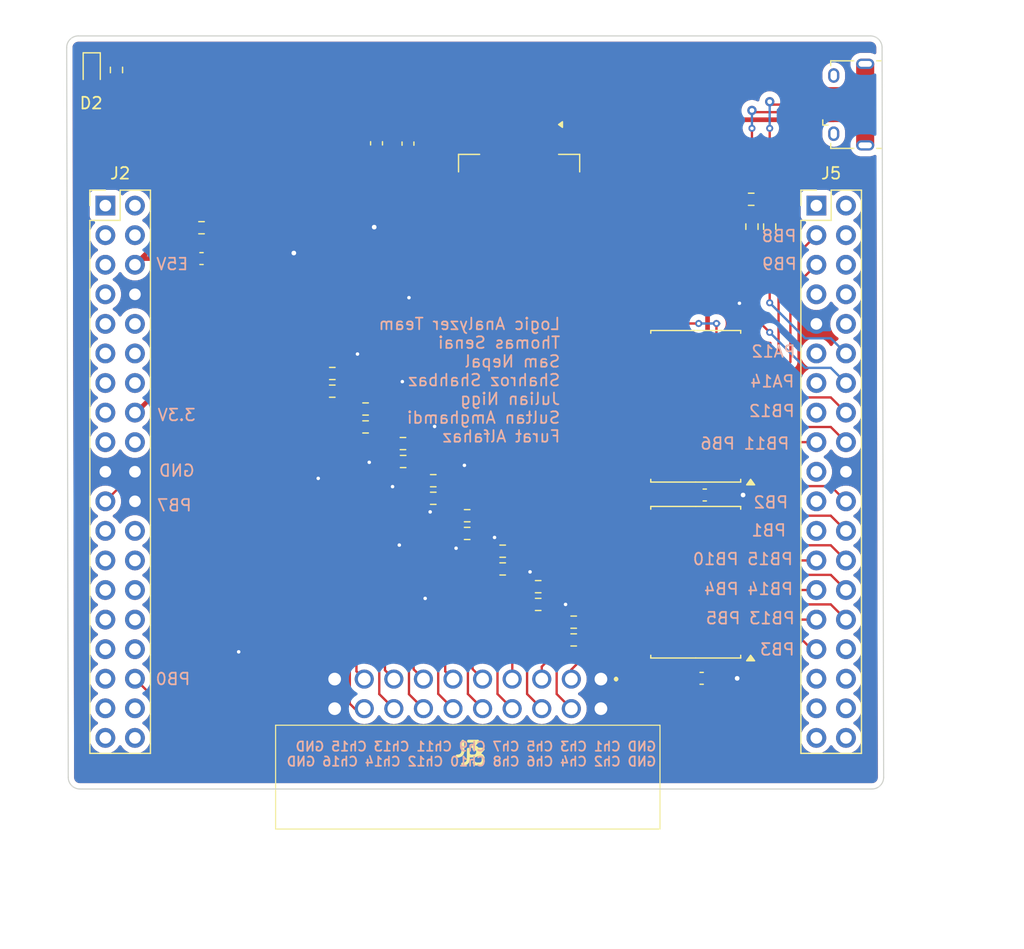
<source format=kicad_pcb>
(kicad_pcb (version 20240108) (generator "pcbnew") (generator_version "8.0")
  (layers (0 "F.Cu" signal) (31 "B.Cu" signal) (34 "B.Paste" user) (35 "F.Paste" user) (36 "B.SilkS" user "B.Silkscreen") (37 "F.SilkS" user "F.Silkscreen") (38 "B.Mask" user) (39 "F.Mask" user) (44 "Edge.Cuts" user))
  (net 0 "")
  (net 1 "/VBUS")
  (net 2 "+5V")
  (net 3 "GND")
  (net 4 "/D-")
  (net 5 "/D+")
  (net 6 "/PB0")
  (net 7 "/PB7")
  (net 9 "/PB11")
  (net 10 "/PB4")
  (net 11 "/PB10")
  (net 12 "/PB12")
  (net 13 "/PB5")
  (net 14 "/PB15")
  (net 15 "/PB8")
  (net 16 "/PB2")
  (net 17 "/PB13")
  (net 18 "/PB9")
  (net 19 "/PB6")
  (net 20 "/PB1")
  (net 21 "/PB14")
  (net 22 "/PB3")
  (net 23 "Net-(D2-A)")
  (net 24 "+3V3")
  (net 25 "Net-(J5-PA12)")
  (net 26 "Net-(J5-PA11)")
  (net 76 "Net-(Q2-D)")
  (net 77 "Net-(U1-B7)")
  (net 78 "Net-(U1-B2)")
  (net 79 "Net-(U1-B5)")
  (net 80 "Net-(U1-B6)")
  (net 81 "Net-(U1-B3)")
  (net 82 "Net-(U1-B0)")
  (net 83 "Net-(U1-B4)")
  (net 84 "Net-(U3-B1)")
  (net 85 "Net-(U1-B1)")
  (net 86 "Net-(U3-B7)")
  (net 87 "Net-(U3-B5)")
  (net 88 "Net-(U3-B6)")
  (net 89 "Net-(U3-B4)")
  (net 90 "Net-(U3-B0)")
  (net 91 "Net-(U3-B3)")
  (net 92 "Net-(U3-B2)")
  (footprint "Resistor_SMD:R_0603_1608Metric" (layer "F.Cu") (at 128.207 116.586)
    (property "Reference" "R20" (hide yes))
    (property "Value" "1M")
  )
  (footprint "Resistor_SMD:R_0603_1608Metric" (layer "F.Cu") (at 154.178 91.757 90)
    (property "Reference" "R2" (hide yes))
    (property "Value" "22")
  )
  (footprint "Connector_USB:USB_Micro-B_Amphenol_10118194_Horizontal" (layer "F.Cu") (at 161.075 81.275 90)
    (property "Reference" "J1" (hide yes))
    (property "Value" "USB Micro")
  )
  (footprint "KiCad:303205002HB" (layer "F.Cu") (at 139.69 130.62 180)
    (property "Reference" "J3")
    (property "Value" "30320-5002HB" (hide yes))
  )
  (footprint "Package_SO:SOIC-20W_7.5x12.8mm_P1.27mm" (layer "F.Cu") (at 147.828 107.188 180)
    (property "Reference" "U3" (hide yes))
    (property "Value" "74HC245N")
  )
  (footprint "Resistor_SMD:R_0603_1608Metric" (layer "F.Cu") (at 116.63 104.37 180)
    (property "Reference" "R6" (hide yes))
    (property "Value" "1M" (hide yes))
  )
  (footprint "Resistor_SMD:R_0603_1608Metric" (layer "F.Cu") (at 131.255 121.158 180)
    (property "Reference" "R16" (hide yes))
    (property "Value" "1M")
  )
  (footprint "Resistor_SMD:R_0603_1608Metric" (layer "F.Cu") (at 152.591 89.408 180)
    (property "Reference" "R5" (hide yes))
    (property "Value" "1.5k" (hide yes))
  )
  (footprint "Resistor_SMD:R_0603_1608Metric" (layer "F.Cu") (at 122.71 111.93 180)
    (property "Reference" "R9" (hide yes))
    (property "Value" "1M" (hide yes))
  )
  (footprint "Package_TO_SOT_SMD:TO-263-2" (layer "F.Cu") (at 132.665 90.375 -90)
    (property "Reference" "Q2" (hide yes))
    (property "Value" "PMOS")
  )
  (footprint "Resistor_SMD:R_0603_1608Metric" (layer "F.Cu") (at 105.4 91.85 180)
    (property "Reference" "R1" (hide yes))
    (property "Value" "1M" (hide yes))
  )
  (footprint "Resistor_SMD:R_0603_1608Metric" (layer "F.Cu") (at 122.695 110.39 180)
    (property "Reference" "R13" (hide yes))
    (property "Value" "1M" (hide yes))
  )
  (footprint "Capacitor_SMD:C_0603_1608Metric" (layer "F.Cu") (at 123.125 84.625 -90)
    (property "Reference" "C3" (hide yes))
    (property "Value" "1uF")
  )
  (footprint "Capacitor_SMD:C_0603_1608Metric" (layer "F.Cu") (at 105.4 94.5)
    (property "Reference" "C2" (hide yes))
    (property "Value" "100nF" (hide yes))
  )
  (footprint "Resistor_SMD:R_0603_1608Metric" (layer "F.Cu") (at 128.207 118.11 180)
    (property "Reference" "R17" (hide yes))
    (property "Value" "1M")
  )
  (footprint "Resistor_SMD:R_0603_1608Metric" (layer "F.Cu") (at 98.1 78.3 -90)
    (property "Reference" "R3" (hide yes))
    (property "Value" "1k" (hide yes))
  )
  (footprint "Capacitor_SMD:C_0603_1608Metric" (layer "F.Cu") (at 148.603 114.808 180)
    (property "Reference" "C4" (hide yes))
    (property "Value" "100nF")
  )
  (footprint "Capacitor_SMD:C_0603_1608Metric" (layer "F.Cu") (at 148.336 130.556 180)
    (property "Reference" "C5" (hide yes))
    (property "Value" "100nF")
  )
  (footprint "Resistor_SMD:R_0603_1608Metric" (layer "F.Cu") (at 137.351 125.73)
    (property "Reference" "R18" (hide yes))
    (property "Value" "1M")
  )
  (footprint "LED_SMD:LED_0603_1608Metric" (layer "F.Cu") (at 95.975 78.3125 -90)
    (property "Reference" "D2")
    (property "Value" "LED")
  )
  (footprint "Connector_PinSocket_2.54mm:PinSocket_2x19_P2.54mm_Vertical" (layer "F.Cu") (at 161.565 89.95)
    (property "Reference" "J5")
    (property "Value" "nuc303_RIGHT")
  )
  (footprint "Resistor_SMD:R_0603_1608Metric" (layer "F.Cu") (at 125.295 115.09 180)
    (property "Reference" "R12" (hide yes))
    (property "Value" "1M" (hide yes))
  )
  (footprint "Capacitor_SMD:C_0603_1608Metric" (layer "F.Cu") (at 120.425 84.6 -90)
    (property "Reference" "C1" (hide yes))
    (property "Value" "100nF" (hide yes))
  )
  (footprint "Resistor_SMD:R_0603_1608Metric" (layer "F.Cu") (at 131.255 119.634)
    (property "Reference" "R21" (hide yes))
    (property "Value" "1M")
  )
  (footprint "Connector_PinSocket_2.54mm:PinSocket_2x19_P2.54mm_Vertical" (layer "F.Cu") (at 100.525 89.95)
    (property "Reference" "J2")
    (property "Value" "nuc303_LEFT")
  )
  (footprint "Resistor_SMD:R_0603_1608Metric" (layer "F.Cu") (at 152.654 91.757 -90)
    (property "Reference" "R4" (hide yes))
    (property "Value" "22")
  )
  (footprint "Package_SO:SOIC-20W_7.5x12.8mm_P1.27mm" (layer "F.Cu") (at 147.828 122.301 180)
    (property "Reference" "U1" (hide yes))
    (property "Value" "74HC245N")
  )
  (footprint "Resistor_SMD:R_0603_1608Metric" (layer "F.Cu") (at 119.485 107.42 180)
    (property "Reference" "R10" (hide yes))
    (property "Value" "1M" (hide yes))
  )
  (footprint "Resistor_SMD:R_0603_1608Metric" (layer "F.Cu") (at 134.303 124.206 180)
    (property "Reference" "R15" (hide yes))
    (property "Value" "1M")
  )
  (footprint "Resistor_SMD:R_0603_1608Metric" (layer "F.Cu") (at 119.485 108.96 180)
    (property "Reference" "R11" (hide yes))
    (property "Value" "1M" (hide yes))
  )
  (footprint "Resistor_SMD:R_0603_1608Metric" (layer "F.Cu") (at 137.351 127.254 180)
    (property "Reference" "R14" (hide yes))
    (property "Value" "1M")
  )
  (footprint "Resistor_SMD:R_0603_1608Metric" (layer "F.Cu") (at 134.303 122.682)
    (property "Reference" "R19" (hide yes))
    (property "Value" "1M")
  )
  (footprint "Resistor_SMD:R_0603_1608Metric" (layer "F.Cu") (at 116.625 105.89 180)
    (property "Reference" "R7" (hide yes))
    (property "Value" "1M" (hide yes))
  )
  (footprint "Resistor_SMD:R_0603_1608Metric" (layer "F.Cu") (at 125.295 113.58 180)
    (property "Reference" "R8" (hide yes))
    (property "Value" "1M" (hide yes))
  )
  (gr_arc (start 163.96 139.06) (mid 163.667107 139.767107) (end 162.96 140.06) (stroke (width 0.1)) (layer "Edge.Cuts"))
  (gr_line (start 94.96 140.06) (end 162.96 140.06) (stroke (width 0.1)) (layer "Edge.Cuts"))
  (gr_line (start 94.825 75.375) (end 162.825 75.375) (stroke (width 0.1)) (layer "Edge.Cuts"))
  (gr_arc (start 94.96 140.06) (mid 94.252893 139.767107) (end 93.96 139.06) (stroke (width 0.1)) (layer "Edge.Cuts"))
  (gr_line (start 163.825 76.375) (end 163.96 139.06) (stroke (width 0.1)) (layer "Edge.Cuts"))
  (gr_line (start 93.96 139.06) (end 93.825 76.375) (stroke (width 0.1)) (layer "Edge.Cuts"))
  (gr_arc (start 93.825 76.375) (mid 94.117893 75.667893) (end 94.825 75.375) (stroke (width 0.1)) (layer "Edge.Cuts"))
  (gr_arc (start 162.825 75.375) (mid 163.532107 75.667893) (end 163.825 76.375) (stroke (width 0.1)) (layer "Edge.Cuts"))
  (gr_text "PB7" (at 104.64 116.28 0) (layer "B.SilkS") (effects (font (size 1 1)) (justify left bottom mirror)))
  (gr_text "PB13 PB5" (at 156.42 125.98 0) (layer "B.SilkS") (effects (font (size 1 1)) (justify left bottom mirror)))
  (gr_text "PB2" (at 155.85 116.03 0) (layer "B.SilkS") (effects (font (size 1 1)) (justify left bottom mirror)))
  (gr_text "PB15 PB10" (at 156.26 120.9 0) (layer "B.SilkS") (effects (font (size 1 1)) (justify left bottom mirror)))
  (gr_text "E5V\n" (at 104.34 95.56 0) (layer "B.SilkS") (effects (font (size 1 1)) (justify left bottom mirror)))
  (gr_text "3.3V\n" (at 104.98 108.52 0) (layer "B.SilkS") (effects (font (size 1 1)) (justify left bottom mirror)))
  (gr_text "PB12" (at 156.41 108.18 0) (layer "B.SilkS") (effects (font (size 1 1)) (justify left bottom mirror)))
  (gr_text "GND\n" (at 104.9 113.3 0) (layer "B.SilkS") (effects (font (size 1 1)) (justify left bottom mirror)))
  (gr_text "PB1" (at 155.67 118.44 0) (layer "B.SilkS") (effects (font (size 1 1)) (justify left bottom mirror)))
  (gr_text "PB9\n" (at 156.59 95.55 0) (layer "B.SilkS") (effects (font (size 1 1)) (justify left bottom mirror)))
  (gr_text "PB0\n" (at 104.52 131.2 0) (layer "B.SilkS") (effects (font (size 1 1)) (justify left bottom mirror)))
  (gr_text "PA12\n" (at 156.48 103.07 0) (layer "B.SilkS") (effects (font (size 1 1)) (justify left bottom mirror)))
  (gr_text "GND Ch1 Ch3 Ch5 Ch7 Ch9 Ch11 Ch13 Ch15 GND\nGND Ch2 Ch4 Ch6 Ch8 Ch10 Ch12 Ch14 Ch16 GND" (at 144.52 138.17 0) (layer "B.SilkS") (effects (font (size 0.8 0.8)) (justify left bottom mirror)))
  (gr_text "PA14" (at 156.38 105.64 0) (layer "B.SilkS") (effects (font (size 1 1)) (justify left bottom mirror)))
  (gr_text "Logic Analyzer Team\nThomas Senai	\nSam Nepal\nShahroz Shahbaz\nJulian Nigg\nSultan Amghamdi \nFurat Alfahaz " (at 136.28 110.36 0) (layer "B.SilkS") (effects (font (size 1 1)) (justify left bottom mirror)))
  (gr_text "PB3\n" (at 156.4 128.66 0) (layer "B.SilkS") (effects (font (size 1 1)) (justify left bottom mirror)))
  (gr_text "PB8\n" (at 156.56 93.15 0) (layer "B.SilkS") (effects (font (size 1 1)) (justify left bottom mirror)))
  (gr_text "PB14 PB4\n" (at 156.27 123.47 0) (layer "B.SilkS") (effects (font (size 1 1)) (justify left bottom mirror)))
  (gr_text "PB11 PB6" (at 155.95 110.98 0) (layer "B.SilkS") (effects (font (size 1 1)) (justify left bottom mirror)))
  (gr_text "J3" (at 128.73 137.336 0) (layer "F.SilkS") (effects (font (size 1.27 1.27) (thickness 0.254))))
  (segment (start 123.1 83.825) (end 123.125 83.85) (width 0.4) (layer "F.Cu") (net 1))
  (segment (start 151.425 82.575) (end 159.675 82.575) (width 0.4) (layer "F.Cu") (net 1))
  (segment (start 129 83.85) (end 130.125 82.725) (width 0.4) (layer "F.Cu") (net 1))
  (segment (start 134.275 78.575) (end 147.325 78.575) (width 0.4) (layer "F.Cu") (net 1))
  (segment (start 123.125 83.85) (end 129 83.85) (width 0.4) (layer "F.Cu") (net 1))
  (segment (start 151.375 82.625) (end 151.425 82.575) (width 0.4) (layer "F.Cu") (net 1))
  (segment (start 147.325 78.575) (end 151.375 82.625) (width 0.4) (layer "F.Cu") (net 1))
  (segment (start 130.125 82.725) (end 134.275 78.575) (width 0.4) (layer "F.Cu") (net 1))
  (segment (start 120.425 83.825) (end 123.1 83.825) (width 0.4) (layer "F.Cu") (net 1))
  (segment (start 99.685 95.03) (end 102.225 92.49) (width 0.4) (layer "F.Cu") (net 2))
  (segment (start 104.625 96.775) (end 105.175 97.325) (width 0.4) (layer "F.Cu") (net 2))
  (segment (start 122.125 97.325) (end 125.15 94.3) (width 0.4) (layer "F.Cu") (net 2))
  (segment (start 100.215 94.5) (end 99.685 95.03) (width 0.4) (layer "F.Cu") (net 2))
  (segment (start 104.625 94.5) (end 100.215 94.5) (width 0.4) (layer "F.Cu") (net 2))
  (segment (start 104.625 94.5) (end 104.625 96.775) (width 0.4) (layer "F.Cu") (net 2))
  (segment (start 102.225 92.49) (end 102.225 77.475) (width 0.4) (layer "F.Cu") (net 2))
  (segment (start 101.975 77.475) (end 98.1 77.475) (width 0.4) (layer "F.Cu") (net 2))
  (segment (start 105.175 97.325) (end 122.125 97.325) (width 0.4) (layer "F.Cu") (net 2))
  (segment (start 125.15 94.3) (end 129.89 94.3) (width 0.4) (layer "F.Cu") (net 2))
  (segment (start 129.89 94.3) (end 129.89 89.45) (width 0.25) (layer "F.Cu") (net 2))
  (segment (start 136.526 127.254) (end 136.526 124.332) (width 0.2) (layer "F.Cu") (net 3))
  (segment (start 119.8 110.575) (end 119.8 112) (width 0.2) (layer "F.Cu") (net 3))
  (segment (start 127.382 119.252) (end 127.254 119.38) (width 0.2) (layer "F.Cu") (net 3))
  (segment (start 118.66 108.96) (end 118.66 109.435) (width 0.2) (layer "F.Cu") (net 3))
  (segment (start 126.12 113.58) (end 126.65 113.58) (width 0.2) (layer "F.Cu") (net 3))
  (segment (start 126.65 113.58) (end 127.97 112.26) (width 0.2) (layer "F.Cu") (net 3))
  (segment (start 120.31 107.42) (end 122.64 105.09) (width 0.2) (layer "F.Cu") (net 3))
  (segment (start 121.885 111.93) (end 121.885 114.005) (width 0.2) (layer "F.Cu") (net 3))
  (segment (start 122.64 105.09) (end 122.64 105.07) (width 0.2) (layer "F.Cu") (net 3))
  (segment (start 136.526 124.332) (end 136.652 124.206) (width 0.2) (layer "F.Cu") (net 3))
  (segment (start 124.47 115.09) (end 124.47 115.7) (width 0.2) (layer "F.Cu") (net 3))
  (segment (start 130.43 118.582) (end 130.556 118.456) (width 0.2) (layer "F.Cu") (net 3))
  (segment (start 127.382 116.586) (end 127.382 119.252) (width 0.2) (layer "F.Cu") (net 3))
  (segment (start 118.66 109.435) (end 119.8 110.575) (width 0.2) (layer "F.Cu") (net 3))
  (segment (start 124.47 115.7) (end 125.03 116.26) (width 0.2) (layer "F.Cu") (net 3))
  (segment (start 133.478 121.538) (end 133.604 121.412) (width 0.2) (layer "F.Cu") (net 3))
  (segment (start 121.885 114.005) (end 121.8 114.09) (width 0.2) (layer "F.Cu") (net 3))
  (segment (start 133.478 124.206) (end 133.478 121.538) (width 0.2) (layer "F.Cu") (net 3))
  (segment (start 130.43 121.158) (end 130.43 118.582) (width 0.2) (layer "F.Cu") (net 3))
  (via (at 121.8 114.09) (size 0.6) (drill 0.3) (layers "F.Cu" "B.Cu") (net 3))
  (via (at 124.6 123.69) (size 0.6) (drill 0.3) (layers "F.Cu" "B.Cu") (net 3))
  (via (at 151.892 114.808) (size 0.8) (drill 0.4) (layers "F.Cu" "B.Cu") (net 3))
  (via (at 115.42 113.38) (size 0.6) (drill 0.3) (layers "F.Cu" "B.Cu") (net 3))
  (via (at 151.58 98.34) (size 0.6) (drill 0.3) (layers "F.Cu" "B.Cu") (net 3))
  (via (at 108.59 128.28) (size 0.6) (drill 0.3) (layers "F.Cu" "B.Cu") (net 3))
  (via (at 118.79 102.7) (size 0.6) (drill 0.3) (layers "F.Cu" "B.Cu") (net 3))
  (via (at 120.225 91.8) (size 0.8) (drill 0.4) (layers "F.Cu" "B.Cu") (net 3))
  (via (at 151.384 130.556) (size 0.8) (drill 0.4) (layers "F.Cu" "B.Cu") (net 3))
  (via (at 125.03 116.26) (size 0.6) (drill 0.3) (layers "F.Cu" "B.Cu") (net 3))
  (via (at 122.64 105.07) (size 0.6) (drill 0.3) (layers "F.Cu" "B.Cu") (net 3))
  (via (at 122.38 119.11) (size 0.6) (drill 0.3) (layers "F.Cu" "B.Cu") (net 3))
  (via (at 130.556 118.456) (size 0.6) (drill 0.3) (layers "F.Cu" "B.Cu") (net 3))
  (via (at 119.8 112) (size 0.6) (drill 0.3) (layers "F.Cu" "B.Cu") (net 3))
  (via (at 125.41 108.92) (size 0.6) (drill 0.3) (layers "F.Cu" "B.Cu") (net 3))
  (via (at 123.21 97.86) (size 0.6) (drill 0.3) (layers "F.Cu" "B.Cu") (net 3))
  (via (at 127.97 112.26) (size 0.6) (drill 0.3) (layers "F.Cu" "B.Cu") (net 3))
  (via (at 127.254 119.38) (size 0.6) (drill 0.3) (layers "F.Cu" "B.Cu") (net 3))
  (via (at 113.325 94.025) (size 0.8) (drill 0.4) (layers "F.Cu" "B.Cu") (net 3))
  (via (at 136.652 124.206) (size 0.6) (drill 0.3) (layers "F.Cu" "B.Cu") (net 3))
  (via (at 133.604 121.412) (size 0.6) (drill 0.3) (layers "F.Cu" "B.Cu") (net 3))
  (segment (start 152.654 90.932) (end 152.654 83.312) (width 0.2) (layer "F.Cu") (net 4))
  (segment (start 152.654 81.775) (end 152.804 81.925) (width 0.2) (layer "F.Cu") (net 4))
  (segment (start 152.804 81.925) (end 159.675 81.925) (width 0.2) (layer "F.Cu") (net 4))
  (via (at 152.654 83.312) (size 0.6) (drill 0.3) (layers "F.Cu" "B.Cu") (net 4))
  (via (at 152.654 81.775) (size 0.8) (drill 0.4) (layers "F.Cu" "B.Cu") (net 4))
  (segment (start 152.654 81.775) (end 152.654 83.312) (width 0.2) (layer "B.Cu") (net 4))
  (segment (start 154.178 90.932) (end 154.178 90.17) (width 0.2) (layer "F.Cu") (net 5))
  (segment (start 154.178 88.646) (end 154.178 83.312) (width 0.2) (layer "F.Cu") (net 5))
  (segment (start 154.178 88.646) (end 154.178 90.17) (width 0.2) (layer "F.Cu") (net 5))
  (segment (start 154.178 90.17) (end 153.416 89.408) (width 0.2) (layer "F.Cu") (net 5))
  (segment (start 154.178 81.026) (end 154.427 81.275) (width 0.2) (layer "F.Cu") (net 5))
  (segment (start 154.427 81.275) (end 159.675 81.275) (width 0.2) (layer "F.Cu") (net 5))
  (segment (start 153.416 89.408) (end 154.178 88.646) (width 0.2) (layer "F.Cu") (net 5))
  (via (at 154.178 81.026) (size 0.8) (drill 0.4) (layers "F.Cu" "B.Cu") (net 5))
  (via (at 154.178 83.312) (size 0.6) (drill 0.3) (layers "F.Cu" "B.Cu") (net 5))
  (segment (start 154.178 81.026) (end 154.178 83.312) (width 0.2) (layer "B.Cu") (net 5))
  (segment (start 154.94 127.361001) (end 154.94 134.366) (width 0.2) (layer "F.Cu") (net 6))
  (segment (start 154.324999 126.746) (end 154.94 127.361001) (width 0.2) (layer "F.Cu") (net 6))
  (segment (start 152.478 126.746) (end 154.324999 126.746) (width 0.2) (layer "F.Cu") (net 6))
  (segment (start 153.416 135.89) (end 104.985 135.89) (width 0.2) (layer "F.Cu") (net 6))
  (segment (start 154.94 134.366) (end 153.416 135.89) (width 0.2) (layer "F.Cu") (net 6))
  (segment (start 104.985 135.89) (end 99.685 130.59) (width 0.2) (layer "F.Cu") (net 6))
  (segment (start 102.108 113.03) (end 101.092 114.046) (width 0.2) (layer "F.Cu") (net 7))
  (segment (start 149.606 100.076) (end 149.606 101.022999) (width 0.2) (layer "F.Cu") (net 7))
  (segment (start 151.326001 102.743) (end 152.478 102.743) (width 0.2) (layer "F.Cu") (net 7))
  (segment (start 109.22 100.076) (end 102.108 107.188) (width 0.2) (layer "F.Cu") (net 7))
  (segment (start 148.082 100.076) (end 109.22 100.076) (width 0.2) (layer "F.Cu") (net 7))
  (segment (start 98.449 114.046) (end 97.145 115.35) (width 0.2) (layer "F.Cu") (net 7))
  (segment (start 101.092 114.046) (end 98.3735 114.046) (width 0.2) (layer "F.Cu") (net 7))
  (segment (start 149.606 101.022999) (end 151.326001 102.743) (width 0.2) (layer "F.Cu") (net 7))
  (segment (start 102.108 107.188) (end 102.108 113.03) (width 0.2) (layer "F.Cu") (net 7))
  (via (at 148.082 100.076) (size 0.6) (drill 0.3) (layers "F.Cu" "B.Cu") (net 7))
  (via (at 149.606 100.076) (size 0.6) (drill 0.3) (layers "F.Cu" "B.Cu") (net 7))
  (segment (start 148.082 100.076) (end 149.606 100.076) (width 0.2) (layer "B.Cu") (net 7))
  (segment (start 149.86 100.076) (end 149.606 100.076) (width 0.2) (layer "B.Cu") (net 7))
  (segment (start 159.421 108.966) (end 156.21 108.966) (width 0.2) (layer "F.Cu") (net 9))
  (segment (start 156.21 108.966) (end 155.067 107.823) (width 0.2) (layer "F.Cu") (net 9))
  (segment (start 155.067 107.823) (end 152.478 107.823) (width 0.2) (layer "F.Cu") (net 9))
  (segment (start 160.725 110.27) (end 159.421 108.966) (width 0.2) (layer "F.Cu") (net 9))
  (segment (start 156.486459 122.97) (end 155.182459 121.666) (width 0.2) (layer "F.Cu") (net 10))
  (segment (start 155.182459 121.666) (end 152.478 121.666) (width 0.2) (layer "F.Cu") (net 10))
  (segment (start 158.185 122.97) (end 156.486459 122.97) (width 0.2) (layer "F.Cu") (net 10))
  (segment (start 156.498 120.43) (end 155.194 119.126) (width 0.2) (layer "F.Cu") (net 11))
  (segment (start 158.185 120.43) (end 156.498 120.43) (width 0.2) (layer "F.Cu") (net 11))
  (segment (start 155.194 119.126) (end 152.478 119.126) (width 0.2) (layer "F.Cu") (net 11))
  (segment (start 160.725 107.73) (end 159.421 106.426) (width 0.2) (layer "F.Cu") (net 12))
  (segment (start 159.421 106.426) (end 155.448 106.426) (width 0.2) (layer "F.Cu") (net 12))
  (segment (start 155.448 106.426) (end 155.321 106.553) (width 0.2) (layer "F.Cu") (net 12))
  (segment (start 155.321 106.553) (end 152.478 106.553) (width 0.2) (layer "F.Cu") (net 12))
  (segment (start 158.185 125.51) (end 156.486459 125.51) (width 0.2) (layer "F.Cu") (net 13))
  (segment (start 156.486459 125.51) (end 155.182459 124.206) (width 0.2) (layer "F.Cu") (net 13))
  (segment (start 155.182459 124.206) (end 152.478 124.206) (width 0.2) (layer "F.Cu") (net 13))
  (segment (start 160.725 120.43) (end 159.421 119.126) (width 0.2) (layer "F.Cu") (net 14))
  (segment (start 156.464 119.126) (end 155.194 117.856) (width 0.2) (layer "F.Cu") (net 14))
  (segment (start 159.421 119.126) (end 156.464 119.126) (width 0.2) (layer "F.Cu") (net 14))
  (segment (start 155.194 117.856) (end 152.478 117.856) (width 0.2) (layer "F.Cu") (net 14))
  (segment (start 158.185 92.49) (end 154.94 95.735) (width 0.2) (layer "F.Cu") (net 15))
  (segment (start 154.94 95.735) (end 154.94 102.702999) (width 0.2) (layer "F.Cu") (net 15))
  (segment (start 154.94 102.702999) (end 153.629999 104.013) (width 0.2) (layer "F.Cu") (net 15))
  (segment (start 153.629999 104.013) (end 152.478 104.013) (width 0.2) (layer "F.Cu") (net 15))
  (segment (start 160.725 115.35) (end 159.421 114.046) (width 0.2) (layer "F.Cu") (net 16))
  (segment (start 155.702 113.284) (end 155.702 111.252) (width 0.2) (layer "F.Cu") (net 16))
  (segment (start 156.464 114.046) (end 155.702 113.284) (width 0.2) (layer "F.Cu") (net 16))
  (segment (start 154.813 110.363) (end 152.478 110.363) (width 0.2) (layer "F.Cu") (net 16))
  (segment (start 155.702 111.252) (end 154.813 110.363) (width 0.2) (layer "F.Cu") (net 16))
  (segment (start 159.421 114.046) (end 156.464 114.046) (width 0.2) (layer "F.Cu") (net 16))
  (segment (start 159.421 124.206) (end 156.464 124.206) (width 0.2) (layer "F.Cu") (net 17))
  (segment (start 156.464 124.206) (end 155.194 122.936) (width 0.2) (layer "F.Cu") (net 17))
  (segment (start 160.725 125.51) (end 159.421 124.206) (width 0.2) (layer "F.Cu") (net 17))
  (segment (start 155.194 122.936) (end 152.478 122.936) (width 0.2) (layer "F.Cu") (net 17))
  (segment (start 155.956 103.378) (end 154.051 105.283) (width 0.2) (layer "F.Cu") (net 18))
  (segment (start 158.185 95.03) (end 155.956 97.259) (width 0.2) (layer "F.Cu") (net 18))
  (segment (start 154.051 105.283) (end 152.478 105.283) (width 0.2) (layer "F.Cu") (net 18))
  (segment (start 155.956 97.259) (end 155.956 103.378) (width 0.2) (layer "F.Cu") (net 18))
  (segment (start 158.185 110.27) (end 157.514 110.27) (width 0.2) (layer "F.Cu") (net 19))
  (segment (start 158.185 110.27) (end 156.244 110.27) (width 0.2) (layer "F.Cu") (net 19))
  (segment (start 156.244 110.27) (end 155.067 109.093) (width 0.2) (layer "F.Cu") (net 19))
  (segment (start 155.067 109.093) (end 152.478 109.093) (width 0.2) (layer "F.Cu") (net 19))
  (segment (start 160.725 117.89) (end 159.421 116.586) (width 0.2) (layer "F.Cu") (net 20))
  (segment (start 154.94 115.062) (end 154.94 112.014) (width 0.2) (layer "F.Cu") (net 20))
  (segment (start 159.421 116.586) (end 156.464 116.586) (width 0.2) (layer "F.Cu") (net 20))
  (segment (start 156.464 116.586) (end 154.94 115.062) (width 0.2) (layer "F.Cu") (net 20))
  (segment (start 154.559 111.633) (end 152.478 111.633) (width 0.2) (layer "F.Cu") (net 20))
  (segment (start 154.94 112.014) (end 154.559 111.633) (width 0.2) (layer "F.Cu") (net 20))
  (segment (start 159.421 121.666) (end 156.464 121.666) (width 0.2) (layer "F.Cu") (net 21))
  (segment (start 155.194 120.396) (end 152.478 120.396) (width 0.2) (layer "F.Cu") (net 21))
  (segment (start 160.725 122.97) (end 159.421 121.666) (width 0.2) (layer "F.Cu") (net 21))
  (segment (start 156.464 121.666) (end 155.194 120.396) (width 0.2) (layer "F.Cu") (net 21))
  (segment (start 157.768 128.05) (end 158.185 128.05) (width 0.2) (layer "F.Cu") (net 22))
  (segment (start 155.194 125.476) (end 157.768 128.05) (width 0.2) (layer "F.Cu") (net 22))
  (segment (start 152.478 125.476) (end 155.194 125.476) (width 0.2) (layer "F.Cu") (net 22))
  (segment (start 95.975 79.1) (end 98.075 79.1) (width 0.4) (layer "F.Cu") (net 23))
  (segment (start 98.075 79.1) (end 98.1 79.125) (width 0.4) (layer "F.Cu") (net 23))
  (segment (start 148.13 117.4) (end 149.378 116.152) (width 0.4) (layer "F.Cu") (net 24))
  (segment (start 145.85 114.21) (end 144.543 112.903) (width 0.4) (layer "F.Cu") (net 24))
  (segment (start 145.85 115.824) (end 145.85 114.67) (width 0.4) (layer "F.Cu") (net 24))
  (segment (start 145.099999 128.08) (end 145.85 127.329999) (width 0.4) (layer "F.Cu") (net 24))
  (segment (start 145.85 127.329999) (end 145.85 115.665) (width 0.4) (layer "F.Cu") (net 24))
  (segment (start 148.844 110.998) (end 148.844 92.139) (width 0.4) (layer "F.Cu") (net 24))
  (segment (start 108.712 98.806) (end 99.788 107.73) (width 0.4) (layer "F.Cu") (net 24))
  (segment (start 99.788 107.73) (end 99.685 107.73) (width 0.4) (layer "F.Cu") (net 24))
  (segment (start 148.844 92.139) (end 151.575 89.408) (width 0.4) (layer "F.Cu") (net 24))
  (segment (start 145.85 114.67) (end 145.85 114.21) (width 0.4) (layer "F.Cu") (net 24))
  (segment (start 145.85 115.12) (end 148.13 117.4) (width 0.4) (layer "F.Cu") (net 24))
  (segment (start 144.075 128.08) (end 144.905 128.08) (width 0.4) (layer "F.Cu") (net 24))
  (segment (start 145.85 114.67) (end 145.85 115.12) (width 0.4) (layer "F.Cu") (net 24))
  (segment (start 148.844 98.806) (end 108.712 98.806) (width 0.4) (layer "F.Cu") (net 24))
  (segment (start 149.378 116.152) (end 149.378 114.808) (width 0.4) (layer "F.Cu") (net 24))
  (segment (start 145.85 114.21) (end 145.85 113.992) (width 0.4) (layer "F.Cu") (net 24))
  (segment (start 145.85 113.992) (end 148.844 110.998) (width 0.4) (layer "F.Cu") (net 24))
  (segment (start 144.905 128.08) (end 147.4 130.575) (width 0.4) (layer "F.Cu") (net 24))
  (segment (start 144.075 128.08) (end 145.099999 128.08) (width 0.4) (layer "F.Cu") (net 24))
  (segment (start 144.543 112.903) (end 143.178 112.903) (width 0.4) (layer "F.Cu") (net 24))
  (segment (start 154.178 98.298) (end 154.178 92.582) (width 0.2) (layer "F.Cu") (net 25))
  (via (at 154.178 98.298) (size 0.6) (drill 0.3) (layers "F.Cu" "B.Cu") (net 25))
  (segment (start 160.725 102.65) (end 159.421 101.346) (width 0.2) (layer "B.Cu") (net 25))
  (segment (start 159.421 101.346) (end 157.226 101.346) (width 0.2) (layer "B.Cu") (net 25))
  (segment (start 157.226 101.346) (end 154.178 98.298) (width 0.2) (layer "B.Cu") (net 25))
  (segment (start 154.178 100.838) (end 152.654 99.314) (width 0.2) (layer "F.Cu") (net 26))
  (segment (start 152.654 99.314) (end 152.654 92.582) (width 0.2) (layer "F.Cu") (net 26))
  (via (at 154.178 100.838) (size 0.6) (drill 0.3) (layers "F.Cu" "B.Cu") (net 26))
  (segment (start 157.226 103.886) (end 159.421 103.886) (width 0.2) (layer "B.Cu") (net 26))
  (segment (start 154.178 100.838) (end 157.226 103.886) (width 0.2) (layer "B.Cu") (net 26))
  (segment (start 159.421 103.886) (end 160.725 105.19) (width 0.2) (layer "B.Cu") (net 26))
  (segment (start 106.175 91.9) (end 106.225 91.85) (width 0.25) (layer "F.Cu") (net 76))
  (segment (start 131.455 86.475) (end 121.525 86.475) (width 0.25) (layer "F.Cu") (net 76))
  (segment (start 106.175 94.5) (end 106.175 91.9) (width 0.25) (layer "F.Cu") (net 76))
  (segment (start 106.225 91.85) (end 113.95 91.85) (width 0.25) (layer "F.Cu") (net 76))
  (segment (start 121.525 86.475) (end 120.425 85.375) (width 0.25) (layer "F.Cu") (net 76))
  (segment (start 113.95 91.85) (end 120.425 85.375) (width 0.25) (layer "F.Cu") (net 76))
  (segment (start 135.205 82.725) (end 131.455 86.475) (width 0.25) (layer "F.Cu") (net 76))
  (segment (start 128.27 131.9) (end 128.27 116.84) (width 0.2) (layer "F.Cu") (net 77))
  (segment (start 143.178 116.586) (end 129.032 116.586) (width 0.2) (layer "F.Cu") (net 77))
  (segment (start 129.53 133.16) (end 128.27 131.9) (width 0.2) (layer "F.Cu") (net 77))
  (segment (start 128.524 116.586) (end 129.032 116.586) (width 0.2) (layer "F.Cu") (net 77))
  (segment (start 128.27 116.84) (end 128.524 116.586) (width 0.2) (layer "F.Cu") (net 77))
  (segment (start 135.128 129.032) (end 135.128 124.206) (width 0.2) (layer "F.Cu") (net 78))
  (segment (start 134.61 129.55) (end 135.128 129.032) (width 0.2) (layer "F.Cu") (net 78))
  (segment (start 143.178 122.936) (end 136.398 122.936) (width 0.2) (layer "F.Cu") (net 78))
  (segment (start 134.61 130.62) (end 134.61 129.55) (width 0.2) (layer "F.Cu") (net 78))
  (segment (start 136.398 122.936) (end 135.128 124.206) (width 0.2) (layer "F.Cu") (net 78))
  (segment (start 132.588 119.126) (end 132.08 119.634) (width 0.2) (layer "F.Cu") (net 79))
  (segment (start 130.81 131.9) (end 130.81 129.54) (width 0.2) (layer "F.Cu") (net 79))
  (segment (start 130.81 129.54) (end 131.38 128.97) (width 0.2) (layer "F.Cu") (net 79))
  (segment (start 143.178 119.126) (end 132.588 119.126) (width 0.2) (layer "F.Cu") (net 79))
  (segment (start 132.08 133.17) (end 130.81 131.9) (width 0.2) (layer "F.Cu") (net 79))
  (segment (start 131.38 120.334) (end 132.08 119.634) (width 0.2) (layer "F.Cu") (net 79))
  (segment (start 131.38 128.97) (end 131.38 120.334) (width 0.2) (layer "F.Cu") (net 79))
  (segment (start 128.67 118.472) (end 129.032 118.11) (width 0.2) (layer "F.Cu") (net 80))
  (segment (start 143.178 117.856) (end 129.286 117.856) (width 0.2) (layer "F.Cu") (net 80))
  (segment (start 128.67 129.76) (end 128.67 118.472) (width 0.2) (layer "F.Cu") (net 80))
  (segment (start 129.286 117.856) (end 129.032 118.11) (width 0.2) (layer "F.Cu") (net 80))
  (segment (start 129.53 130.62) (end 128.67 129.76) (width 0.2) (layer "F.Cu") (net 80))
  (segment (start 134.428 128.462) (end 134.428 123.382) (width 0.2) (layer "F.Cu") (net 81))
  (segment (start 134.61 133.16) (end 133.35 131.9) (width 0.2) (layer "F.Cu") (net 81))
  (segment (start 133.35 129.54) (end 134.428 128.462) (width 0.2) (layer "F.Cu") (net 81))
  (segment (start 133.35 131.9) (end 133.35 129.54) (width 0.2) (layer "F.Cu") (net 81))
  (segment (start 143.178 121.666) (end 136.144 121.666) (width 0.2) (layer "F.Cu") (net 81))
  (segment (start 136.144 121.666) (end 135.128 122.682) (width 0.2) (layer "F.Cu") (net 81))
  (segment (start 134.428 123.382) (end 135.128 122.682) (width 0.2) (layer "F.Cu") (net 81))
  (segment (start 137.15 130.62) (end 137.15 129.804) (width 0.2) (layer "F.Cu") (net 82))
  (segment (start 139.954 125.476) (end 138.176 127.254) (width 0.2) (layer "F.Cu") (net 82))
  (segment (start 143.178 125.476) (end 139.954 125.476) (width 0.2) (layer "F.Cu") (net 82))
  (segment (start 137.15 129.804) (end 138.176 128.778) (width 0.2) (layer "F.Cu") (net 82))
  (segment (start 138.176 128.778) (end 138.176 127.254) (width 0.2) (layer "F.Cu") (net 82))
  (segment (start 132.08 130.61) (end 132.08 121.158) (width 0.2) (layer "F.Cu") (net 83))
  (segment (start 132.842 120.396) (end 132.08 121.158) (width 0.2) (layer "F.Cu") (net 83))
  (segment (start 132.07 130.62) (end 132.08 130.61) (width 0.2) (layer "F.Cu") (net 83))
  (segment (start 143.178 120.396) (end 132.842 120.396) (width 0.2) (layer "F.Cu") (net 83))
  (segment (start 125.72 115.877648) (end 125.17 115.327648) (width 0.2) (layer "F.Cu") (net 84))
  (segment (start 124.47 113.58) (end 128.957 109.093) (width 0.2) (layer "F.Cu") (net 84))
  (segment (start 125.17 115.327648) (end 125.17 114.28) (width 0.2) (layer "F.Cu") (net 84))
  (segment (start 125.72 131.89) (end 125.72 115.877648) (width 0.2) (layer "F.Cu") (net 84))
  (segment (start 125.17 114.28) (end 124.47 113.58) (width 0.2) (layer "F.Cu") (net 84))
  (segment (start 128.957 109.093) (end 143.178 109.093) (width 0.2) (layer "F.Cu") (net 84))
  (segment (start 126.99 133.16) (end 125.72 131.89) (width 0.2) (layer "F.Cu") (net 84))
  (segment (start 137.226 126.68) (end 138.176 125.73) (width 0.2) (layer "F.Cu") (net 85))
  (segment (start 139.7 124.206) (end 138.176 125.73) (width 0.2) (layer "F.Cu") (net 85))
  (segment (start 137.226 128.204) (end 137.226 126.68) (width 0.2) (layer "F.Cu") (net 85))
  (segment (start 135.89 129.54) (end 137.226 128.204) (width 0.2) (layer "F.Cu") (net 85))
  (segment (start 137.15 133.16) (end 135.89 131.9) (width 0.2) (layer "F.Cu") (net 85))
  (segment (start 135.89 131.9) (end 135.89 129.54) (width 0.2) (layer "F.Cu") (net 85))
  (segment (start 143.178 124.206) (end 139.7 124.206) (width 0.2) (layer "F.Cu") (net 85))
  (segment (start 117.777 101.473) (end 143.178 101.473) (width 0.2) (layer "F.Cu") (net 86))
  (segment (start 116.75 108.803334) (end 116.75 105.315) (width 0.2) (layer "F.Cu") (net 86))
  (segment (start 115.805 103.445) (end 117.777 101.473) (width 0.2) (layer "F.Cu") (net 86))
  (segment (start 115.805 104.37) (end 115.805 103.445) (width 0.2) (layer "F.Cu") (net 86))
  (segment (start 118.13 132.735) (end 118.13 110.183334) (width 0.2) (layer "F.Cu") (net 86))
  (segment (start 118.13 132.735) (end 118.555 133.16) (width 0.2) (layer "F.Cu") (net 86))
  (segment (start 118.13 110.183334) (end 116.75 108.803334) (width 0.2) (layer "F.Cu") (net 86))
  (segment (start 116.75 105.315) (end 115.805 104.37) (width 0.2) (layer "F.Cu") (net 86))
  (segment (start 118.555 133.16) (end 119.37 133.16) (width 0.2) (layer "F.Cu") (net 86))
  (segment (start 119.6 109.67) (end 120.66 110.73) (width 0.2) (layer "F.Cu") (net 87))
  (segment (start 118.66 107.42) (end 122.067 104.013) (width 0.2) (layer "F.Cu") (net 87))
  (segment (start 122.067 104.013) (end 143.178 104.013) (width 0.2) (layer "F.Cu") (net 87))
  (segment (start 119.6 108.36) (end 119.6 109.67) (width 0.2) (layer "F.Cu") (net 87))
  (segment (start 120.66 131.91) (end 121.91 133.16) (width 0.2) (layer "F.Cu") (net 87))
  (segment (start 118.66 107.42) (end 119.6 108.36) (width 0.2) (layer "F.Cu") (net 87))
  (segment (start 120.66 110.73) (end 120.66 131.91) (width 0.2) (layer "F.Cu") (net 87))
  (segment (start 117.45 108.937648) (end 117.45 105.89) (width 0.2) (layer "F.Cu") (net 88))
  (segment (start 117.45 105.89) (end 118.2 105.89) (width 0.2) (layer "F.Cu") (net 88))
  (segment (start 118.7 110.187648) (end 117.45 108.937648) (width 0.2) (layer "F.Cu") (net 88))
  (segment (start 118.7 129.95) (end 118.7 110.187648) (width 0.2) (layer "F.Cu") (net 88))
  (segment (start 121.38 102.71) (end 121.413 102.743) (width 0.2) (layer "F.Cu") (net 88))
  (segment (start 121.413 102.743) (end 143.178 102.743) (width 0.2) (layer "F.Cu") (net 88))
  (segment (start 118.2 105.89) (end 121.38 102.71) (width 0.2) (layer "F.Cu") (net 88))
  (segment (start 119.38 130.63) (end 118.7 129.95) (width 0.2) (layer "F.Cu") (net 88))
  (segment (start 120.31 108.96) (end 123.987 105.283) (width 0.2) (layer "F.Cu") (net 89))
  (segment (start 121.91 130.62) (end 121.15 129.86) (width 0.2) (layer "F.Cu") (net 89))
  (segment (start 121.15 109.8) (end 120.31 108.96) (width 0.2) (layer "F.Cu") (net 89))
  (segment (start 121.15 129.86) (end 121.15 109.8) (width 0.2) (layer "F.Cu") (net 89))
  (segment (start 123.987 105.283) (end 143.178 105.283) (width 0.2) (layer "F.Cu") (net 89))
  (segment (start 126.12 115.09) (end 126.78 115.09) (width 0.2) (layer "F.Cu") (net 90))
  (segment (start 126.32 129.95) (end 126.32 115.29) (width 0.2) (layer "F.Cu") (net 90))
  (segment (start 126.99 130.62) (end 126.32 129.95) (width 0.2) (layer "F.Cu") (net 90))
  (segment (start 131.507 110.363) (end 143.178 110.363) (width 0.2) (layer "F.Cu") (net 90))
  (segment (start 126.78 115.09) (end 131.507 110.363) (width 0.2) (layer "F.Cu") (net 90))
  (segment (start 126.32 115.29) (end 126.12 115.09) (width 0.2) (layer "F.Cu") (net 90))
  (segment (start 121.87 110.39) (end 125.707 106.553) (width 0.2) (layer "F.Cu") (net 91))
  (segment (start 121.87 110.39) (end 122.585 111.105) (width 0.2) (layer "F.Cu") (net 91))
  (segment (start 125.707 106.553) (end 143.178 106.553) (width 0.2) (layer "F.Cu") (net 91))
  (segment (start 123.21 117.33) (end 123.21 131.92) (width 0.2) (layer "F.Cu") (net 91))
  (segment (start 122.585 116.705) (end 123.21 117.33) (width 0.2) (layer "F.Cu") (net 91))
  (segment (start 122.585 111.105) (end 122.585 116.705) (width 0.2) (layer "F.Cu") (net 91))
  (segment (start 123.21 131.92) (end 124.45 133.16) (width 0.2) (layer "F.Cu") (net 91))
  (segment (start 123.535 111.93) (end 124.3 111.93) (width 0.2) (layer "F.Cu") (net 92))
  (segment (start 123.61 117.164314) (end 123.61 129.78) (width 0.2) (layer "F.Cu") (net 92))
  (segment (start 123.535 117.089314) (end 123.61 117.164314) (width 0.2) (layer "F.Cu") (net 92))
  (segment (start 123.61 129.78) (end 124.45 130.62) (width 0.2) (layer "F.Cu") (net 92))
  (segment (start 123.535 111.93) (end 123.535 117.089314) (width 0.2) (layer "F.Cu") (net 92))
  (segment (start 128.407 107.823) (end 143.178 107.823) (width 0.2) (layer "F.Cu") (net 92))
  (segment (start 124.3 111.93) (end 128.407 107.823) (width 0.2) (layer "F.Cu") (net 92))
  (zone (net 3) (net_name "GND") (layers "F&B.Cu") (connect_pads yes (clearance 0.5)) (min_thickness 0.25) (fill yes (thermal_gap 0.5) (thermal_bridge_width 0.5))
    (polygon (pts (xy 91.32 72.59) (xy 176.03 72.29) (xy 169.71 153.84) (xy 88.1 148.18)))
  )
)
</source>
